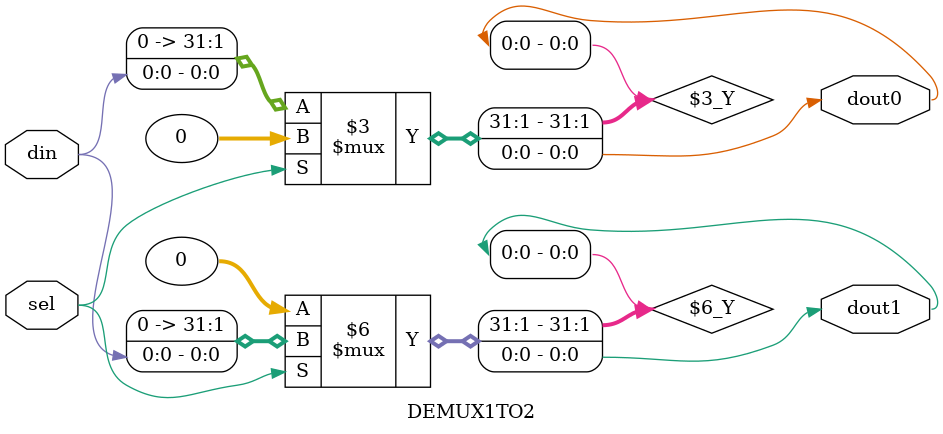
<source format=v>
module DEMUX1TO2 (
  input wire din,
  input wire sel,
  output wire dout0,
  output wire dout1
);
  assign dout0 = (sel == 0) ? din : 0;
  assign dout1 = (sel == 1) ? din : 0;
endmodule

</source>
